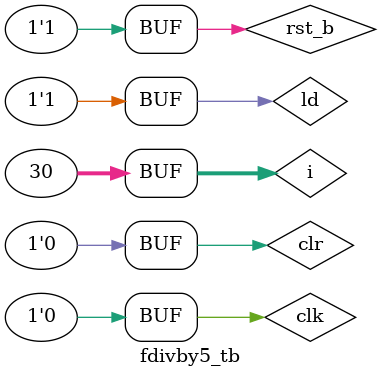
<source format=v>
module rgst #(
    parameter w=8
)(
    input clk, rst_b, ld, clr, 
    input [w-1:0] d, 
    output reg [w-1:0] q
);
    always @ (posedge clk, negedge rst_b)
        if (!rst_b)                 q <= 0;
        else if (clr)               q <= 0;
        else if (ld)                q <= d;
endmodule

module fdivby5(input clk, input rst_b, input ld, input clr, output fdclk);
  
  wire [2:0] q;
  
  
  
  rgst #(
    .w(3)
    ) register (
    .clk(clk),
    .rst_b(rst_b),
    .ld(ld),
    .clr(clr|q[2]),
    .d({q[2]^(q[1]&q[0]), q[0]^q[1], ~q[0]}),
    .q(q)
  );
  
  
  assign fdclk=~(q[2]|q[1]|q[0]);
  
endmodule

module fdivby5_tb;
  
  reg clk,rst_b,ld,clr;
  wire fdclk;
  
  fdivby5 dut(
    .clk(clk),
    .rst_b(rst_b),
    .ld(ld),
    .clr(clr),
    .fdclk(fdclk)
  );
  
  initial begin
    clk=0;
    rst_b=0;
    clr=0;
    ld=1;
    
  end
  integer i;
  
  initial begin
    for(i=0;i<30;i=i+1) begin
      #50 clk=~clk;
    end
  end
  
  initial begin
    #25 rst_b=1;
  end
  
  initial begin
    #600 clr=1;
    #100 clr=0;
    #500 clr=1;
    #100 clr=0;
  end
  
endmodule
    
    
    
    
</source>
